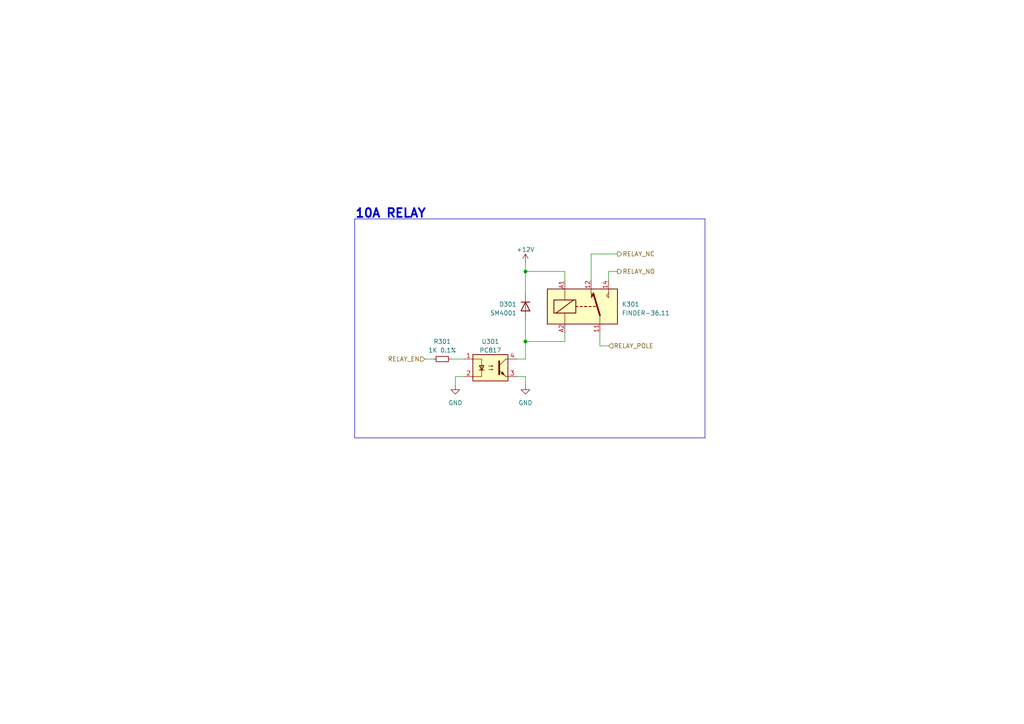
<source format=kicad_sch>
(kicad_sch (version 20230121) (generator eeschema)

  (uuid 4fda4598-35bd-45f6-9d9c-7c535f2e5121)

  (paper "A4")

  (title_block
    (title "GeoLock")
    (date "2023-06-28")
    (rev "1.1")
    (company "sudo-junkie")
  )

  (lib_symbols
    (symbol "Device:R_Small" (pin_numbers hide) (pin_names (offset 0.254) hide) (in_bom yes) (on_board yes)
      (property "Reference" "R" (at 0.762 0.508 0)
        (effects (font (size 1.27 1.27)) (justify left))
      )
      (property "Value" "R_Small" (at 0.762 -1.016 0)
        (effects (font (size 1.27 1.27)) (justify left))
      )
      (property "Footprint" "" (at 0 0 0)
        (effects (font (size 1.27 1.27)) hide)
      )
      (property "Datasheet" "~" (at 0 0 0)
        (effects (font (size 1.27 1.27)) hide)
      )
      (property "ki_keywords" "R resistor" (at 0 0 0)
        (effects (font (size 1.27 1.27)) hide)
      )
      (property "ki_description" "Resistor, small symbol" (at 0 0 0)
        (effects (font (size 1.27 1.27)) hide)
      )
      (property "ki_fp_filters" "R_*" (at 0 0 0)
        (effects (font (size 1.27 1.27)) hide)
      )
      (symbol "R_Small_0_1"
        (rectangle (start -0.762 1.778) (end 0.762 -1.778)
          (stroke (width 0.2032) (type default))
          (fill (type none))
        )
      )
      (symbol "R_Small_1_1"
        (pin passive line (at 0 2.54 270) (length 0.762)
          (name "~" (effects (font (size 1.27 1.27))))
          (number "1" (effects (font (size 1.27 1.27))))
        )
        (pin passive line (at 0 -2.54 90) (length 0.762)
          (name "~" (effects (font (size 1.27 1.27))))
          (number "2" (effects (font (size 1.27 1.27))))
        )
      )
    )
    (symbol "Diode:SM4001" (pin_numbers hide) (pin_names hide) (in_bom yes) (on_board yes)
      (property "Reference" "D" (at 0 2.54 0)
        (effects (font (size 1.27 1.27)))
      )
      (property "Value" "SM4001" (at 0 -2.54 0)
        (effects (font (size 1.27 1.27)))
      )
      (property "Footprint" "Diode_SMD:D_MELF" (at 0 -4.445 0)
        (effects (font (size 1.27 1.27)) hide)
      )
      (property "Datasheet" "http://cdn-reichelt.de/documents/datenblatt/A400/SMD1N400%23DIO.pdf" (at 0 0 0)
        (effects (font (size 1.27 1.27)) hide)
      )
      (property "Sim.Device" "D" (at 0 0 0)
        (effects (font (size 1.27 1.27)) hide)
      )
      (property "Sim.Pins" "1=K 2=A" (at 0 0 0)
        (effects (font (size 1.27 1.27)) hide)
      )
      (property "ki_keywords" "diode" (at 0 0 0)
        (effects (font (size 1.27 1.27)) hide)
      )
      (property "ki_description" "50V 1A General Purpose Rectifier Diode, MELF" (at 0 0 0)
        (effects (font (size 1.27 1.27)) hide)
      )
      (property "ki_fp_filters" "D*MELF*" (at 0 0 0)
        (effects (font (size 1.27 1.27)) hide)
      )
      (symbol "SM4001_0_1"
        (polyline
          (pts
            (xy -1.27 1.27)
            (xy -1.27 -1.27)
          )
          (stroke (width 0.254) (type default))
          (fill (type none))
        )
        (polyline
          (pts
            (xy 1.27 0)
            (xy -1.27 0)
          )
          (stroke (width 0) (type default))
          (fill (type none))
        )
        (polyline
          (pts
            (xy 1.27 1.27)
            (xy 1.27 -1.27)
            (xy -1.27 0)
            (xy 1.27 1.27)
          )
          (stroke (width 0.254) (type default))
          (fill (type none))
        )
      )
      (symbol "SM4001_1_1"
        (pin passive line (at -3.81 0 0) (length 2.54)
          (name "K" (effects (font (size 1.27 1.27))))
          (number "1" (effects (font (size 1.27 1.27))))
        )
        (pin passive line (at 3.81 0 180) (length 2.54)
          (name "A" (effects (font (size 1.27 1.27))))
          (number "2" (effects (font (size 1.27 1.27))))
        )
      )
    )
    (symbol "Isolator:PC817" (pin_names (offset 1.016)) (in_bom yes) (on_board yes)
      (property "Reference" "U" (at -5.08 5.08 0)
        (effects (font (size 1.27 1.27)) (justify left))
      )
      (property "Value" "PC817" (at 0 5.08 0)
        (effects (font (size 1.27 1.27)) (justify left))
      )
      (property "Footprint" "Package_DIP:DIP-4_W7.62mm" (at -5.08 -5.08 0)
        (effects (font (size 1.27 1.27) italic) (justify left) hide)
      )
      (property "Datasheet" "http://www.soselectronic.cz/a_info/resource/d/pc817.pdf" (at 0 0 0)
        (effects (font (size 1.27 1.27)) (justify left) hide)
      )
      (property "ki_keywords" "NPN DC Optocoupler" (at 0 0 0)
        (effects (font (size 1.27 1.27)) hide)
      )
      (property "ki_description" "DC Optocoupler, Vce 35V, CTR 50-300%, DIP-4" (at 0 0 0)
        (effects (font (size 1.27 1.27)) hide)
      )
      (property "ki_fp_filters" "DIP*W7.62mm*" (at 0 0 0)
        (effects (font (size 1.27 1.27)) hide)
      )
      (symbol "PC817_0_1"
        (rectangle (start -5.08 3.81) (end 5.08 -3.81)
          (stroke (width 0.254) (type default))
          (fill (type background))
        )
        (polyline
          (pts
            (xy -3.175 -0.635)
            (xy -1.905 -0.635)
          )
          (stroke (width 0.254) (type default))
          (fill (type none))
        )
        (polyline
          (pts
            (xy 2.54 0.635)
            (xy 4.445 2.54)
          )
          (stroke (width 0) (type default))
          (fill (type none))
        )
        (polyline
          (pts
            (xy 4.445 -2.54)
            (xy 2.54 -0.635)
          )
          (stroke (width 0) (type default))
          (fill (type outline))
        )
        (polyline
          (pts
            (xy 4.445 -2.54)
            (xy 5.08 -2.54)
          )
          (stroke (width 0) (type default))
          (fill (type none))
        )
        (polyline
          (pts
            (xy 4.445 2.54)
            (xy 5.08 2.54)
          )
          (stroke (width 0) (type default))
          (fill (type none))
        )
        (polyline
          (pts
            (xy -5.08 2.54)
            (xy -2.54 2.54)
            (xy -2.54 -0.635)
          )
          (stroke (width 0) (type default))
          (fill (type none))
        )
        (polyline
          (pts
            (xy -2.54 -0.635)
            (xy -2.54 -2.54)
            (xy -5.08 -2.54)
          )
          (stroke (width 0) (type default))
          (fill (type none))
        )
        (polyline
          (pts
            (xy 2.54 1.905)
            (xy 2.54 -1.905)
            (xy 2.54 -1.905)
          )
          (stroke (width 0.508) (type default))
          (fill (type none))
        )
        (polyline
          (pts
            (xy -2.54 -0.635)
            (xy -3.175 0.635)
            (xy -1.905 0.635)
            (xy -2.54 -0.635)
          )
          (stroke (width 0.254) (type default))
          (fill (type none))
        )
        (polyline
          (pts
            (xy -0.508 -0.508)
            (xy 0.762 -0.508)
            (xy 0.381 -0.635)
            (xy 0.381 -0.381)
            (xy 0.762 -0.508)
          )
          (stroke (width 0) (type default))
          (fill (type none))
        )
        (polyline
          (pts
            (xy -0.508 0.508)
            (xy 0.762 0.508)
            (xy 0.381 0.381)
            (xy 0.381 0.635)
            (xy 0.762 0.508)
          )
          (stroke (width 0) (type default))
          (fill (type none))
        )
        (polyline
          (pts
            (xy 3.048 -1.651)
            (xy 3.556 -1.143)
            (xy 4.064 -2.159)
            (xy 3.048 -1.651)
            (xy 3.048 -1.651)
          )
          (stroke (width 0) (type default))
          (fill (type outline))
        )
      )
      (symbol "PC817_1_1"
        (pin passive line (at -7.62 2.54 0) (length 2.54)
          (name "~" (effects (font (size 1.27 1.27))))
          (number "1" (effects (font (size 1.27 1.27))))
        )
        (pin passive line (at -7.62 -2.54 0) (length 2.54)
          (name "~" (effects (font (size 1.27 1.27))))
          (number "2" (effects (font (size 1.27 1.27))))
        )
        (pin passive line (at 7.62 -2.54 180) (length 2.54)
          (name "~" (effects (font (size 1.27 1.27))))
          (number "3" (effects (font (size 1.27 1.27))))
        )
        (pin passive line (at 7.62 2.54 180) (length 2.54)
          (name "~" (effects (font (size 1.27 1.27))))
          (number "4" (effects (font (size 1.27 1.27))))
        )
      )
    )
    (symbol "Relay:FINDER-36.11" (in_bom yes) (on_board yes)
      (property "Reference" "K" (at 11.43 3.81 0)
        (effects (font (size 1.27 1.27)) (justify left))
      )
      (property "Value" "FINDER-36.11" (at 11.43 1.27 0)
        (effects (font (size 1.27 1.27)) (justify left))
      )
      (property "Footprint" "Relay_THT:Relay_SPDT_Finder_36.11" (at 32.258 -0.762 0)
        (effects (font (size 1.27 1.27)) hide)
      )
      (property "Datasheet" "https://gfinder.findernet.com/public/attachments/36/EN/S36EN.pdf" (at 0 0 0)
        (effects (font (size 1.27 1.27)) hide)
      )
      (property "ki_keywords" "spdt relay" (at 0 0 0)
        (effects (font (size 1.27 1.27)) hide)
      )
      (property "ki_description" "FINDER 36.11, SPDT relay, 10A" (at 0 0 0)
        (effects (font (size 1.27 1.27)) hide)
      )
      (property "ki_fp_filters" "Relay*SPDT*Finder*36.11*" (at 0 0 0)
        (effects (font (size 1.27 1.27)) hide)
      )
      (symbol "FINDER-36.11_0_0"
        (polyline
          (pts
            (xy 2.54 3.81)
            (xy 2.54 5.08)
          )
          (stroke (width 0) (type default))
          (fill (type none))
        )
        (polyline
          (pts
            (xy 7.62 3.81)
            (xy 7.62 5.08)
          )
          (stroke (width 0) (type default))
          (fill (type none))
        )
        (polyline
          (pts
            (xy 7.62 3.81)
            (xy 7.62 2.54)
            (xy 6.985 3.175)
            (xy 7.62 3.81)
          )
          (stroke (width 0) (type default))
          (fill (type none))
        )
      )
      (symbol "FINDER-36.11_0_1"
        (rectangle (start -10.16 5.08) (end 10.16 -5.08)
          (stroke (width 0.254) (type default))
          (fill (type background))
        )
        (rectangle (start -8.255 1.905) (end -1.905 -1.905)
          (stroke (width 0.254) (type default))
          (fill (type none))
        )
        (polyline
          (pts
            (xy -7.62 -1.905)
            (xy -2.54 1.905)
          )
          (stroke (width 0.254) (type default))
          (fill (type none))
        )
        (polyline
          (pts
            (xy -5.08 -5.08)
            (xy -5.08 -1.905)
          )
          (stroke (width 0) (type default))
          (fill (type none))
        )
        (polyline
          (pts
            (xy -5.08 5.08)
            (xy -5.08 1.905)
          )
          (stroke (width 0) (type default))
          (fill (type none))
        )
        (polyline
          (pts
            (xy -1.905 0)
            (xy -1.27 0)
          )
          (stroke (width 0.254) (type default))
          (fill (type none))
        )
        (polyline
          (pts
            (xy -0.635 0)
            (xy 0 0)
          )
          (stroke (width 0.254) (type default))
          (fill (type none))
        )
        (polyline
          (pts
            (xy 0.635 0)
            (xy 1.27 0)
          )
          (stroke (width 0.254) (type default))
          (fill (type none))
        )
        (polyline
          (pts
            (xy 0.635 0)
            (xy 1.27 0)
          )
          (stroke (width 0.254) (type default))
          (fill (type none))
        )
        (polyline
          (pts
            (xy 1.905 0)
            (xy 2.54 0)
          )
          (stroke (width 0.254) (type default))
          (fill (type none))
        )
        (polyline
          (pts
            (xy 3.175 0)
            (xy 3.81 0)
          )
          (stroke (width 0.254) (type default))
          (fill (type none))
        )
        (polyline
          (pts
            (xy 5.08 -2.54)
            (xy 3.175 3.81)
          )
          (stroke (width 0.508) (type default))
          (fill (type none))
        )
        (polyline
          (pts
            (xy 5.08 -2.54)
            (xy 5.08 -5.08)
          )
          (stroke (width 0) (type default))
          (fill (type none))
        )
        (polyline
          (pts
            (xy 2.54 2.54)
            (xy 3.175 3.175)
            (xy 2.54 3.81)
          )
          (stroke (width 0) (type default))
          (fill (type outline))
        )
      )
      (symbol "FINDER-36.11_1_1"
        (pin passive line (at 5.08 -7.62 90) (length 2.54)
          (name "~" (effects (font (size 1.27 1.27))))
          (number "11" (effects (font (size 1.27 1.27))))
        )
        (pin passive line (at 2.54 7.62 270) (length 2.54)
          (name "~" (effects (font (size 1.27 1.27))))
          (number "12" (effects (font (size 1.27 1.27))))
        )
        (pin passive line (at 7.62 7.62 270) (length 2.54)
          (name "~" (effects (font (size 1.27 1.27))))
          (number "14" (effects (font (size 1.27 1.27))))
        )
        (pin passive line (at -5.08 7.62 270) (length 2.54)
          (name "~" (effects (font (size 1.27 1.27))))
          (number "A1" (effects (font (size 1.27 1.27))))
        )
        (pin passive line (at -5.08 -7.62 90) (length 2.54)
          (name "~" (effects (font (size 1.27 1.27))))
          (number "A2" (effects (font (size 1.27 1.27))))
        )
      )
    )
    (symbol "power:+12V" (power) (pin_names (offset 0)) (in_bom yes) (on_board yes)
      (property "Reference" "#PWR" (at 0 -3.81 0)
        (effects (font (size 1.27 1.27)) hide)
      )
      (property "Value" "+12V" (at 0 3.556 0)
        (effects (font (size 1.27 1.27)))
      )
      (property "Footprint" "" (at 0 0 0)
        (effects (font (size 1.27 1.27)) hide)
      )
      (property "Datasheet" "" (at 0 0 0)
        (effects (font (size 1.27 1.27)) hide)
      )
      (property "ki_keywords" "global power" (at 0 0 0)
        (effects (font (size 1.27 1.27)) hide)
      )
      (property "ki_description" "Power symbol creates a global label with name \"+12V\"" (at 0 0 0)
        (effects (font (size 1.27 1.27)) hide)
      )
      (symbol "+12V_0_1"
        (polyline
          (pts
            (xy -0.762 1.27)
            (xy 0 2.54)
          )
          (stroke (width 0) (type default))
          (fill (type none))
        )
        (polyline
          (pts
            (xy 0 0)
            (xy 0 2.54)
          )
          (stroke (width 0) (type default))
          (fill (type none))
        )
        (polyline
          (pts
            (xy 0 2.54)
            (xy 0.762 1.27)
          )
          (stroke (width 0) (type default))
          (fill (type none))
        )
      )
      (symbol "+12V_1_1"
        (pin power_in line (at 0 0 90) (length 0) hide
          (name "+12V" (effects (font (size 1.27 1.27))))
          (number "1" (effects (font (size 1.27 1.27))))
        )
      )
    )
    (symbol "power:GND" (power) (pin_names (offset 0)) (in_bom yes) (on_board yes)
      (property "Reference" "#PWR" (at 0 -6.35 0)
        (effects (font (size 1.27 1.27)) hide)
      )
      (property "Value" "GND" (at 0 -3.81 0)
        (effects (font (size 1.27 1.27)))
      )
      (property "Footprint" "" (at 0 0 0)
        (effects (font (size 1.27 1.27)) hide)
      )
      (property "Datasheet" "" (at 0 0 0)
        (effects (font (size 1.27 1.27)) hide)
      )
      (property "ki_keywords" "global power" (at 0 0 0)
        (effects (font (size 1.27 1.27)) hide)
      )
      (property "ki_description" "Power symbol creates a global label with name \"GND\" , ground" (at 0 0 0)
        (effects (font (size 1.27 1.27)) hide)
      )
      (symbol "GND_0_1"
        (polyline
          (pts
            (xy 0 0)
            (xy 0 -1.27)
            (xy 1.27 -1.27)
            (xy 0 -2.54)
            (xy -1.27 -1.27)
            (xy 0 -1.27)
          )
          (stroke (width 0) (type default))
          (fill (type none))
        )
      )
      (symbol "GND_1_1"
        (pin power_in line (at 0 0 270) (length 0) hide
          (name "GND" (effects (font (size 1.27 1.27))))
          (number "1" (effects (font (size 1.27 1.27))))
        )
      )
    )
  )

  (junction (at 152.4 99.06) (diameter 0) (color 0 0 0 0)
    (uuid ba1e8d50-9fbc-4598-857c-278967da0c84)
  )
  (junction (at 152.4 78.74) (diameter 0) (color 0 0 0 0)
    (uuid c80902ac-034b-44ff-b616-bcf31f9a9f79)
  )

  (wire (pts (xy 123.19 104.14) (xy 125.73 104.14))
    (stroke (width 0) (type default))
    (uuid 0368f85e-6195-4ee2-b59b-6539d88769e7)
  )
  (polyline (pts (xy 102.87 63.5) (xy 204.47 63.5))
    (stroke (width 0) (type default))
    (uuid 08cda9db-aa56-412c-9a62-ad868e4a00af)
  )

  (wire (pts (xy 152.4 109.22) (xy 152.4 111.76))
    (stroke (width 0) (type default))
    (uuid 0f4c0d2b-ea7e-472f-8020-9dd614b1006a)
  )
  (wire (pts (xy 163.83 99.06) (xy 163.83 96.52))
    (stroke (width 0) (type default))
    (uuid 15c63434-38e5-484a-b1ef-96e727869453)
  )
  (wire (pts (xy 176.53 78.74) (xy 176.53 81.28))
    (stroke (width 0) (type default))
    (uuid 23518dba-7a0f-41ed-a3bf-f2d2ff6fa4c7)
  )
  (wire (pts (xy 163.83 78.74) (xy 163.83 81.28))
    (stroke (width 0) (type default))
    (uuid 2567f892-db91-45a3-b111-dd316ce24487)
  )
  (wire (pts (xy 173.99 96.52) (xy 173.99 100.33))
    (stroke (width 0) (type default))
    (uuid 2cd8e8b9-e33b-4a66-a2b9-4150fbb111b1)
  )
  (wire (pts (xy 173.99 100.33) (xy 176.53 100.33))
    (stroke (width 0) (type default))
    (uuid 30dd47e5-a358-499e-8d24-21ea4c6f2a06)
  )
  (wire (pts (xy 134.62 109.22) (xy 132.08 109.22))
    (stroke (width 0) (type default))
    (uuid 373774b3-d61c-4ce9-9399-4bf4828e8142)
  )
  (wire (pts (xy 152.4 85.09) (xy 152.4 78.74))
    (stroke (width 0) (type default))
    (uuid 3fc060ba-f44e-49c4-ac7f-aa27f6d6bc99)
  )
  (wire (pts (xy 149.86 109.22) (xy 152.4 109.22))
    (stroke (width 0) (type default))
    (uuid 445bf39d-5cbe-4c26-a427-de3e2df968fc)
  )
  (wire (pts (xy 179.07 73.66) (xy 171.45 73.66))
    (stroke (width 0) (type default))
    (uuid 4478aefc-961c-42b0-a636-a80a48a30659)
  )
  (polyline (pts (xy 204.47 63.5) (xy 204.47 127))
    (stroke (width 0) (type default))
    (uuid 48c7451f-9c80-4710-aad4-7b7f38c0cbda)
  )

  (wire (pts (xy 152.4 99.06) (xy 152.4 104.14))
    (stroke (width 0) (type default))
    (uuid 4f8f18b7-3259-44f8-8dd2-8c04654b8aa2)
  )
  (wire (pts (xy 171.45 73.66) (xy 171.45 81.28))
    (stroke (width 0) (type default))
    (uuid 5d173783-e3b9-4465-9585-c9068a05ebf8)
  )
  (polyline (pts (xy 204.47 127) (xy 102.87 127))
    (stroke (width 0) (type default))
    (uuid 6305a6bd-da15-4002-a194-06075dec6f1b)
  )

  (wire (pts (xy 152.4 104.14) (xy 149.86 104.14))
    (stroke (width 0) (type default))
    (uuid 6c78d32c-2579-4b8f-a0ef-f9784cda37da)
  )
  (wire (pts (xy 179.07 78.74) (xy 176.53 78.74))
    (stroke (width 0) (type default))
    (uuid 74ef17ef-b71e-424c-918f-f96fb2dce4e0)
  )
  (polyline (pts (xy 102.87 127) (xy 102.87 63.5))
    (stroke (width 0) (type default))
    (uuid 992d0f48-6c8f-46c4-943c-2fb113ea22c1)
  )

  (wire (pts (xy 132.08 109.22) (xy 132.08 111.76))
    (stroke (width 0) (type default))
    (uuid 9a72a476-a156-441d-bfbf-1727c6f6285e)
  )
  (wire (pts (xy 152.4 76.2) (xy 152.4 78.74))
    (stroke (width 0) (type default))
    (uuid ca5e746d-c040-4d94-829c-190f04133921)
  )
  (wire (pts (xy 152.4 99.06) (xy 163.83 99.06))
    (stroke (width 0) (type default))
    (uuid cf462364-104d-473d-9537-7cd47870edfd)
  )
  (wire (pts (xy 130.81 104.14) (xy 134.62 104.14))
    (stroke (width 0) (type default))
    (uuid edb3b351-8692-42cb-91cd-8f56a522bd7f)
  )
  (wire (pts (xy 152.4 92.71) (xy 152.4 99.06))
    (stroke (width 0) (type default))
    (uuid ef69bb64-3b67-4c1a-83f1-4923b6e6cca1)
  )
  (wire (pts (xy 152.4 78.74) (xy 163.83 78.74))
    (stroke (width 0) (type default))
    (uuid f43bab52-0976-48f0-98a6-38a6fe041ea0)
  )

  (text "10A RELAY" (at 102.87 63.5 0)
    (effects (font (size 2.54 2.54) (thickness 0.508) bold) (justify left bottom))
    (uuid fa62c40f-7497-4df8-bd6d-efbdf2da7b88)
  )

  (hierarchical_label "RELAY_NO" (shape output) (at 179.07 78.74 0) (fields_autoplaced)
    (effects (font (size 1.27 1.27)) (justify left))
    (uuid 30374f5c-8496-40b4-b950-0d11cdfb1a06)
  )
  (hierarchical_label "RELAY_EN" (shape input) (at 123.19 104.14 180) (fields_autoplaced)
    (effects (font (size 1.27 1.27)) (justify right))
    (uuid 30590531-591c-477a-8d0a-6a9079de5e6c)
  )
  (hierarchical_label "RELAY_POLE" (shape input) (at 176.53 100.33 0) (fields_autoplaced)
    (effects (font (size 1.27 1.27)) (justify left))
    (uuid 716551a7-27ee-486a-b62f-3fce53dfa592)
  )
  (hierarchical_label "RELAY_NC" (shape output) (at 179.07 73.66 0) (fields_autoplaced)
    (effects (font (size 1.27 1.27)) (justify left))
    (uuid d6a53156-bc13-442e-8b43-a9f07db43d0a)
  )

  (symbol (lib_id "power:GND") (at 132.08 111.76 0) (mirror y) (unit 1)
    (in_bom yes) (on_board yes) (dnp no) (fields_autoplaced)
    (uuid 09c23c5c-23df-432b-8c96-58234e6ca0a9)
    (property "Reference" "#PWR0302" (at 132.08 118.11 0)
      (effects (font (size 1.27 1.27)) hide)
    )
    (property "Value" "GND" (at 132.08 116.84 0)
      (effects (font (size 1.27 1.27)))
    )
    (property "Footprint" "" (at 132.08 111.76 0)
      (effects (font (size 1.27 1.27)) hide)
    )
    (property "Datasheet" "" (at 132.08 111.76 0)
      (effects (font (size 1.27 1.27)) hide)
    )
    (pin "1" (uuid 7017e127-0c06-44ae-96f0-436d2fee474c))
    (instances
      (project "GeoLock"
        (path "/80d4c9d2-1c04-4831-bf83-6e9f81c3a88b/e67a8f29-aa64-4770-a5f2-54c85e29566d"
          (reference "#PWR0302") (unit 1)
        )
      )
    )
  )

  (symbol (lib_id "Device:R_Small") (at 128.27 104.14 90) (unit 1)
    (in_bom yes) (on_board yes) (dnp no) (fields_autoplaced)
    (uuid 0b783d93-27a0-4579-82a9-81bf727aef72)
    (property "Reference" "R301" (at 128.27 99.06 90)
      (effects (font (size 1.27 1.27)))
    )
    (property "Value" "1K 0.1%" (at 128.27 101.6 90)
      (effects (font (size 1.27 1.27)))
    )
    (property "Footprint" "Resistor_SMD:R_0402_1005Metric" (at 128.27 104.14 0)
      (effects (font (size 1.27 1.27)) hide)
    )
    (property "Datasheet" "~" (at 128.27 104.14 0)
      (effects (font (size 1.27 1.27)) hide)
    )
    (property "LCSC PART#" "C2984405" (at 128.27 104.14 0)
      (effects (font (size 1.27 1.27)) hide)
    )
    (property "VENDOR" "LCSC" (at 128.27 104.14 0)
      (effects (font (size 1.27 1.27)) hide)
    )
    (property "MANUFACTURER" "Viking Tech" (at 128.27 104.14 0)
      (effects (font (size 1.27 1.27)) hide)
    )
    (property "MPN" "ARG02BTC1001" (at 128.27 104.14 0)
      (effects (font (size 1.27 1.27)) hide)
    )
    (property "UNIT PRICE" "0.019" (at 128.27 104.14 0)
      (effects (font (size 1.27 1.27)) hide)
    )
    (pin "1" (uuid 85dd8614-5a27-41b8-ac38-9f18e50bde87))
    (pin "2" (uuid c3d64bbe-ce7b-4c10-899d-616330915018))
    (instances
      (project "GeoLock"
        (path "/80d4c9d2-1c04-4831-bf83-6e9f81c3a88b/e67a8f29-aa64-4770-a5f2-54c85e29566d"
          (reference "R301") (unit 1)
        )
      )
    )
  )

  (symbol (lib_id "Diode:SM4001") (at 152.4 88.9 270) (unit 1)
    (in_bom yes) (on_board yes) (dnp no)
    (uuid 180ec2c7-2892-4345-aeec-71bb4cc0915d)
    (property "Reference" "D301" (at 149.86 88.265 90)
      (effects (font (size 1.27 1.27)) (justify right))
    )
    (property "Value" "SM4001" (at 149.86 90.805 90)
      (effects (font (size 1.27 1.27)) (justify right))
    )
    (property "Footprint" "Diode_SMD:D_MELF" (at 147.955 88.9 0)
      (effects (font (size 1.27 1.27)) hide)
    )
    (property "Datasheet" "http://cdn-reichelt.de/documents/datenblatt/A400/SMD1N400%23DIO.pdf" (at 152.4 88.9 0)
      (effects (font (size 1.27 1.27)) hide)
    )
    (property "VENDOR" "LCSC" (at 152.4 88.9 0)
      (effects (font (size 1.27 1.27)) hide)
    )
    (property "MANUFACTURER" "MCC(Micro Commercial Components)" (at 152.4 88.9 0)
      (effects (font (size 1.27 1.27)) hide)
    )
    (property "MPN" "SM4001PL-TP" (at 152.4 88.9 0)
      (effects (font (size 1.27 1.27)) hide)
    )
    (property "UNIT PRICE" "0.0207 " (at 152.4 88.9 0)
      (effects (font (size 1.27 1.27)) hide)
    )
    (property "LCSC PART#" "C151781" (at 152.4 88.9 0)
      (effects (font (size 1.27 1.27)) hide)
    )
    (pin "1" (uuid 27a83c6d-d293-484b-91d1-a102770d19d6))
    (pin "2" (uuid d3800ef8-4f25-4e9b-a1eb-fd585f801f0a))
    (instances
      (project "GeoLock"
        (path "/80d4c9d2-1c04-4831-bf83-6e9f81c3a88b/e67a8f29-aa64-4770-a5f2-54c85e29566d"
          (reference "D301") (unit 1)
        )
      )
    )
  )

  (symbol (lib_id "power:GND") (at 152.4 111.76 0) (unit 1)
    (in_bom yes) (on_board yes) (dnp no) (fields_autoplaced)
    (uuid 9c5ed06a-7bbc-4e80-9f49-0d6909877068)
    (property "Reference" "#PWR0303" (at 152.4 118.11 0)
      (effects (font (size 1.27 1.27)) hide)
    )
    (property "Value" "GND" (at 152.4 116.84 0)
      (effects (font (size 1.27 1.27)))
    )
    (property "Footprint" "" (at 152.4 111.76 0)
      (effects (font (size 1.27 1.27)) hide)
    )
    (property "Datasheet" "" (at 152.4 111.76 0)
      (effects (font (size 1.27 1.27)) hide)
    )
    (pin "1" (uuid 51d5def8-d9be-4aa1-b6b2-f0ee48acfbca))
    (instances
      (project "GeoLock"
        (path "/80d4c9d2-1c04-4831-bf83-6e9f81c3a88b/e67a8f29-aa64-4770-a5f2-54c85e29566d"
          (reference "#PWR0303") (unit 1)
        )
      )
    )
  )

  (symbol (lib_id "Isolator:PC817") (at 142.24 106.68 0) (unit 1)
    (in_bom yes) (on_board yes) (dnp no) (fields_autoplaced)
    (uuid ac3e8645-8e51-4989-8708-97d99d4ea6f7)
    (property "Reference" "U301" (at 142.24 99.06 0)
      (effects (font (size 1.27 1.27)))
    )
    (property "Value" "PC817" (at 142.24 101.6 0)
      (effects (font (size 1.27 1.27)))
    )
    (property "Footprint" "Package_DIP:DIP-4_W7.62mm" (at 137.16 111.76 0)
      (effects (font (size 1.27 1.27) italic) (justify left) hide)
    )
    (property "Datasheet" "http://www.soselectronic.cz/a_info/resource/d/pc817.pdf" (at 142.24 106.68 0)
      (effects (font (size 1.27 1.27)) (justify left) hide)
    )
    (property "LCSC PART#" "C3025068" (at 142.24 106.68 0)
      (effects (font (size 1.27 1.27)) hide)
    )
    (property "VENDOR" "LCSC" (at 142.24 106.68 0)
      (effects (font (size 1.27 1.27)) hide)
    )
    (property "MANUFACTURER" "GOODWORK" (at 142.24 106.68 0)
      (effects (font (size 1.27 1.27)) hide)
    )
    (property "MPN" "PC817C" (at 142.24 106.68 0)
      (effects (font (size 1.27 1.27)) hide)
    )
    (property "UNIT PRICE" "0.0340 " (at 142.24 106.68 0)
      (effects (font (size 1.27 1.27)) hide)
    )
    (pin "1" (uuid 2e13e446-7291-4413-8ef6-30ae3b548e7c))
    (pin "2" (uuid 67c392a1-d9f3-4462-b562-0ce3670fadd1))
    (pin "3" (uuid 5f063f74-ff21-432a-bbb4-ed544c3d1ed5))
    (pin "4" (uuid 23b85530-70ad-451a-b144-d024fa79b0d9))
    (instances
      (project "GeoLock"
        (path "/80d4c9d2-1c04-4831-bf83-6e9f81c3a88b/e67a8f29-aa64-4770-a5f2-54c85e29566d"
          (reference "U301") (unit 1)
        )
      )
    )
  )

  (symbol (lib_id "power:+12V") (at 152.4 76.2 0) (unit 1)
    (in_bom yes) (on_board yes) (dnp no) (fields_autoplaced)
    (uuid dadbca98-78dd-4402-a2e2-867db4110f4e)
    (property "Reference" "#PWR0301" (at 152.4 80.01 0)
      (effects (font (size 1.27 1.27)) hide)
    )
    (property "Value" "+12V" (at 152.4 72.39 0)
      (effects (font (size 1.27 1.27)))
    )
    (property "Footprint" "" (at 152.4 76.2 0)
      (effects (font (size 1.27 1.27)) hide)
    )
    (property "Datasheet" "" (at 152.4 76.2 0)
      (effects (font (size 1.27 1.27)) hide)
    )
    (pin "1" (uuid 2d0fe775-c89c-45bd-8c85-6c88bd5be408))
    (instances
      (project "GeoLock"
        (path "/80d4c9d2-1c04-4831-bf83-6e9f81c3a88b/e67a8f29-aa64-4770-a5f2-54c85e29566d"
          (reference "#PWR0301") (unit 1)
        )
      )
    )
  )

  (symbol (lib_id "Relay:FINDER-36.11") (at 168.91 88.9 0) (unit 1)
    (in_bom yes) (on_board yes) (dnp no) (fields_autoplaced)
    (uuid e4526dc2-76cf-463a-8231-ac1badf2729a)
    (property "Reference" "K301" (at 180.34 88.265 0)
      (effects (font (size 1.27 1.27)) (justify left))
    )
    (property "Value" "FINDER-36.11" (at 180.34 90.805 0)
      (effects (font (size 1.27 1.27)) (justify left))
    )
    (property "Footprint" "Relay_THT:Relay_SPDT_Finder_36.11" (at 201.168 89.662 0)
      (effects (font (size 1.27 1.27)) hide)
    )
    (property "Datasheet" "https://gfinder.findernet.com/public/attachments/36/EN/S36EN.pdf" (at 168.91 88.9 0)
      (effects (font (size 1.27 1.27)) hide)
    )
    (property "LCSC PART#" "C93716" (at 168.91 88.9 0)
      (effects (font (size 1.27 1.27)) hide)
    )
    (property "VENDOR" "LCSC" (at 168.91 88.9 0)
      (effects (font (size 1.27 1.27)) hide)
    )
    (property "MANUFACTURER" "Ningbo Songle Relay " (at 168.91 88.9 0)
      (effects (font (size 1.27 1.27)) hide)
    )
    (property "MPN" "SRD-12VDC-SL-A" (at 168.91 88.9 0)
      (effects (font (size 1.27 1.27)) hide)
    )
    (property "UNIT PRICE" "0.3341" (at 168.91 88.9 0)
      (effects (font (size 1.27 1.27)) hide)
    )
    (pin "11" (uuid 8d38286c-68b3-438c-a2ae-1c4fa9fb2dad))
    (pin "12" (uuid 7d31f02b-888a-4516-b161-56b9d576ed09))
    (pin "14" (uuid c81a0db5-72e7-4604-a71b-8cc09b7111bf))
    (pin "A1" (uuid ef1a251f-3c94-40e5-9282-3906b4c1588d))
    (pin "A2" (uuid ca88a5f2-a822-4467-b4ca-0c240c36b8e7))
    (instances
      (project "GeoLock"
        (path "/80d4c9d2-1c04-4831-bf83-6e9f81c3a88b/e67a8f29-aa64-4770-a5f2-54c85e29566d"
          (reference "K301") (unit 1)
        )
      )
    )
  )
)

</source>
